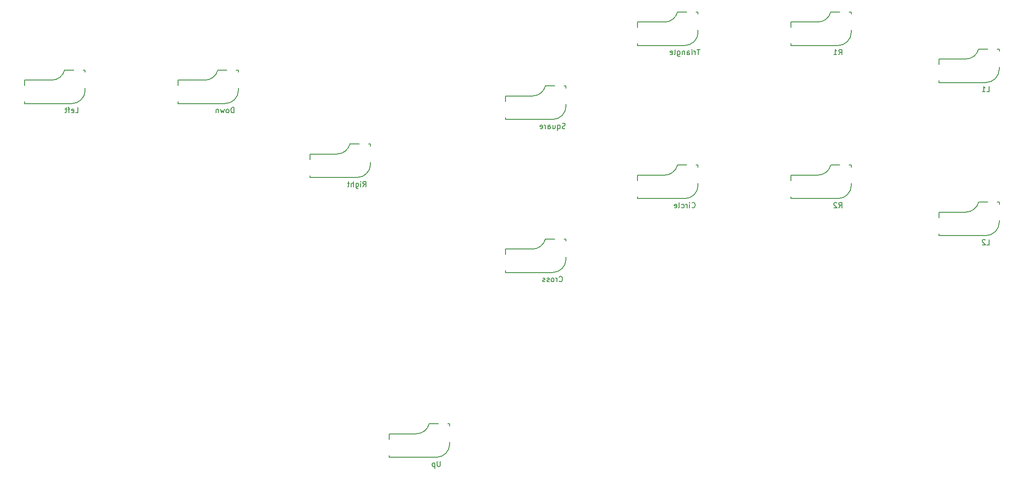
<source format=gbr>
%TF.GenerationSoftware,KiCad,Pcbnew,7.0.2*%
%TF.CreationDate,2023-06-15T03:48:31-07:00*%
%TF.ProjectId,DS5,4453352e-6b69-4636-9164-5f7063625858,rev?*%
%TF.SameCoordinates,Original*%
%TF.FileFunction,Legend,Bot*%
%TF.FilePolarity,Positive*%
%FSLAX46Y46*%
G04 Gerber Fmt 4.6, Leading zero omitted, Abs format (unit mm)*
G04 Created by KiCad (PCBNEW 7.0.2) date 2023-06-15 03:48:31*
%MOMM*%
%LPD*%
G01*
G04 APERTURE LIST*
%ADD10C,0.150000*%
G04 APERTURE END LIST*
D10*
%TO.C,Right*%
X100139047Y-85717619D02*
X100472380Y-85241428D01*
X100710475Y-85717619D02*
X100710475Y-84717619D01*
X100710475Y-84717619D02*
X100329523Y-84717619D01*
X100329523Y-84717619D02*
X100234285Y-84765238D01*
X100234285Y-84765238D02*
X100186666Y-84812857D01*
X100186666Y-84812857D02*
X100139047Y-84908095D01*
X100139047Y-84908095D02*
X100139047Y-85050952D01*
X100139047Y-85050952D02*
X100186666Y-85146190D01*
X100186666Y-85146190D02*
X100234285Y-85193809D01*
X100234285Y-85193809D02*
X100329523Y-85241428D01*
X100329523Y-85241428D02*
X100710475Y-85241428D01*
X99710475Y-85717619D02*
X99710475Y-85050952D01*
X99710475Y-84717619D02*
X99758094Y-84765238D01*
X99758094Y-84765238D02*
X99710475Y-84812857D01*
X99710475Y-84812857D02*
X99662856Y-84765238D01*
X99662856Y-84765238D02*
X99710475Y-84717619D01*
X99710475Y-84717619D02*
X99710475Y-84812857D01*
X98805714Y-85050952D02*
X98805714Y-85860476D01*
X98805714Y-85860476D02*
X98853333Y-85955714D01*
X98853333Y-85955714D02*
X98900952Y-86003333D01*
X98900952Y-86003333D02*
X98996190Y-86050952D01*
X98996190Y-86050952D02*
X99139047Y-86050952D01*
X99139047Y-86050952D02*
X99234285Y-86003333D01*
X98805714Y-85670000D02*
X98900952Y-85717619D01*
X98900952Y-85717619D02*
X99091428Y-85717619D01*
X99091428Y-85717619D02*
X99186666Y-85670000D01*
X99186666Y-85670000D02*
X99234285Y-85622380D01*
X99234285Y-85622380D02*
X99281904Y-85527142D01*
X99281904Y-85527142D02*
X99281904Y-85241428D01*
X99281904Y-85241428D02*
X99234285Y-85146190D01*
X99234285Y-85146190D02*
X99186666Y-85098571D01*
X99186666Y-85098571D02*
X99091428Y-85050952D01*
X99091428Y-85050952D02*
X98900952Y-85050952D01*
X98900952Y-85050952D02*
X98805714Y-85098571D01*
X98329523Y-85717619D02*
X98329523Y-84717619D01*
X97900952Y-85717619D02*
X97900952Y-85193809D01*
X97900952Y-85193809D02*
X97948571Y-85098571D01*
X97948571Y-85098571D02*
X98043809Y-85050952D01*
X98043809Y-85050952D02*
X98186666Y-85050952D01*
X98186666Y-85050952D02*
X98281904Y-85098571D01*
X98281904Y-85098571D02*
X98329523Y-85146190D01*
X97567618Y-85050952D02*
X97186666Y-85050952D01*
X97424761Y-84717619D02*
X97424761Y-85574761D01*
X97424761Y-85574761D02*
X97377142Y-85670000D01*
X97377142Y-85670000D02*
X97281904Y-85717619D01*
X97281904Y-85717619D02*
X97186666Y-85717619D01*
%TO.C,L1*%
X218186666Y-67717619D02*
X218662856Y-67717619D01*
X218662856Y-67717619D02*
X218662856Y-66717619D01*
X217329523Y-67717619D02*
X217900951Y-67717619D01*
X217615237Y-67717619D02*
X217615237Y-66717619D01*
X217615237Y-66717619D02*
X217710475Y-66860476D01*
X217710475Y-66860476D02*
X217805713Y-66955714D01*
X217805713Y-66955714D02*
X217900951Y-67003333D01*
%TO.C,Cross*%
X137281905Y-103622380D02*
X137329524Y-103670000D01*
X137329524Y-103670000D02*
X137472381Y-103717619D01*
X137472381Y-103717619D02*
X137567619Y-103717619D01*
X137567619Y-103717619D02*
X137710476Y-103670000D01*
X137710476Y-103670000D02*
X137805714Y-103574761D01*
X137805714Y-103574761D02*
X137853333Y-103479523D01*
X137853333Y-103479523D02*
X137900952Y-103289047D01*
X137900952Y-103289047D02*
X137900952Y-103146190D01*
X137900952Y-103146190D02*
X137853333Y-102955714D01*
X137853333Y-102955714D02*
X137805714Y-102860476D01*
X137805714Y-102860476D02*
X137710476Y-102765238D01*
X137710476Y-102765238D02*
X137567619Y-102717619D01*
X137567619Y-102717619D02*
X137472381Y-102717619D01*
X137472381Y-102717619D02*
X137329524Y-102765238D01*
X137329524Y-102765238D02*
X137281905Y-102812857D01*
X136853333Y-103717619D02*
X136853333Y-103050952D01*
X136853333Y-103241428D02*
X136805714Y-103146190D01*
X136805714Y-103146190D02*
X136758095Y-103098571D01*
X136758095Y-103098571D02*
X136662857Y-103050952D01*
X136662857Y-103050952D02*
X136567619Y-103050952D01*
X136091428Y-103717619D02*
X136186666Y-103670000D01*
X136186666Y-103670000D02*
X136234285Y-103622380D01*
X136234285Y-103622380D02*
X136281904Y-103527142D01*
X136281904Y-103527142D02*
X136281904Y-103241428D01*
X136281904Y-103241428D02*
X136234285Y-103146190D01*
X136234285Y-103146190D02*
X136186666Y-103098571D01*
X136186666Y-103098571D02*
X136091428Y-103050952D01*
X136091428Y-103050952D02*
X135948571Y-103050952D01*
X135948571Y-103050952D02*
X135853333Y-103098571D01*
X135853333Y-103098571D02*
X135805714Y-103146190D01*
X135805714Y-103146190D02*
X135758095Y-103241428D01*
X135758095Y-103241428D02*
X135758095Y-103527142D01*
X135758095Y-103527142D02*
X135805714Y-103622380D01*
X135805714Y-103622380D02*
X135853333Y-103670000D01*
X135853333Y-103670000D02*
X135948571Y-103717619D01*
X135948571Y-103717619D02*
X136091428Y-103717619D01*
X135377142Y-103670000D02*
X135281904Y-103717619D01*
X135281904Y-103717619D02*
X135091428Y-103717619D01*
X135091428Y-103717619D02*
X134996190Y-103670000D01*
X134996190Y-103670000D02*
X134948571Y-103574761D01*
X134948571Y-103574761D02*
X134948571Y-103527142D01*
X134948571Y-103527142D02*
X134996190Y-103431904D01*
X134996190Y-103431904D02*
X135091428Y-103384285D01*
X135091428Y-103384285D02*
X135234285Y-103384285D01*
X135234285Y-103384285D02*
X135329523Y-103336666D01*
X135329523Y-103336666D02*
X135377142Y-103241428D01*
X135377142Y-103241428D02*
X135377142Y-103193809D01*
X135377142Y-103193809D02*
X135329523Y-103098571D01*
X135329523Y-103098571D02*
X135234285Y-103050952D01*
X135234285Y-103050952D02*
X135091428Y-103050952D01*
X135091428Y-103050952D02*
X134996190Y-103098571D01*
X134567618Y-103670000D02*
X134472380Y-103717619D01*
X134472380Y-103717619D02*
X134281904Y-103717619D01*
X134281904Y-103717619D02*
X134186666Y-103670000D01*
X134186666Y-103670000D02*
X134139047Y-103574761D01*
X134139047Y-103574761D02*
X134139047Y-103527142D01*
X134139047Y-103527142D02*
X134186666Y-103431904D01*
X134186666Y-103431904D02*
X134281904Y-103384285D01*
X134281904Y-103384285D02*
X134424761Y-103384285D01*
X134424761Y-103384285D02*
X134519999Y-103336666D01*
X134519999Y-103336666D02*
X134567618Y-103241428D01*
X134567618Y-103241428D02*
X134567618Y-103193809D01*
X134567618Y-103193809D02*
X134519999Y-103098571D01*
X134519999Y-103098571D02*
X134424761Y-103050952D01*
X134424761Y-103050952D02*
X134281904Y-103050952D01*
X134281904Y-103050952D02*
X134186666Y-103098571D01*
%TO.C,L2*%
X218186666Y-96717619D02*
X218662856Y-96717619D01*
X218662856Y-96717619D02*
X218662856Y-95717619D01*
X217900951Y-95812857D02*
X217853332Y-95765238D01*
X217853332Y-95765238D02*
X217758094Y-95717619D01*
X217758094Y-95717619D02*
X217519999Y-95717619D01*
X217519999Y-95717619D02*
X217424761Y-95765238D01*
X217424761Y-95765238D02*
X217377142Y-95812857D01*
X217377142Y-95812857D02*
X217329523Y-95908095D01*
X217329523Y-95908095D02*
X217329523Y-96003333D01*
X217329523Y-96003333D02*
X217377142Y-96146190D01*
X217377142Y-96146190D02*
X217948570Y-96717619D01*
X217948570Y-96717619D02*
X217329523Y-96717619D01*
%TO.C,Left*%
X45710476Y-71717619D02*
X46186666Y-71717619D01*
X46186666Y-71717619D02*
X46186666Y-70717619D01*
X44996190Y-71670000D02*
X45091428Y-71717619D01*
X45091428Y-71717619D02*
X45281904Y-71717619D01*
X45281904Y-71717619D02*
X45377142Y-71670000D01*
X45377142Y-71670000D02*
X45424761Y-71574761D01*
X45424761Y-71574761D02*
X45424761Y-71193809D01*
X45424761Y-71193809D02*
X45377142Y-71098571D01*
X45377142Y-71098571D02*
X45281904Y-71050952D01*
X45281904Y-71050952D02*
X45091428Y-71050952D01*
X45091428Y-71050952D02*
X44996190Y-71098571D01*
X44996190Y-71098571D02*
X44948571Y-71193809D01*
X44948571Y-71193809D02*
X44948571Y-71289047D01*
X44948571Y-71289047D02*
X45424761Y-71384285D01*
X44662856Y-71050952D02*
X44281904Y-71050952D01*
X44519999Y-71717619D02*
X44519999Y-70860476D01*
X44519999Y-70860476D02*
X44472380Y-70765238D01*
X44472380Y-70765238D02*
X44377142Y-70717619D01*
X44377142Y-70717619D02*
X44281904Y-70717619D01*
X44091427Y-71050952D02*
X43710475Y-71050952D01*
X43948570Y-70717619D02*
X43948570Y-71574761D01*
X43948570Y-71574761D02*
X43900951Y-71670000D01*
X43900951Y-71670000D02*
X43805713Y-71717619D01*
X43805713Y-71717619D02*
X43710475Y-71717619D01*
%TO.C,R2*%
X190186666Y-89717619D02*
X190519999Y-89241428D01*
X190758094Y-89717619D02*
X190758094Y-88717619D01*
X190758094Y-88717619D02*
X190377142Y-88717619D01*
X190377142Y-88717619D02*
X190281904Y-88765238D01*
X190281904Y-88765238D02*
X190234285Y-88812857D01*
X190234285Y-88812857D02*
X190186666Y-88908095D01*
X190186666Y-88908095D02*
X190186666Y-89050952D01*
X190186666Y-89050952D02*
X190234285Y-89146190D01*
X190234285Y-89146190D02*
X190281904Y-89193809D01*
X190281904Y-89193809D02*
X190377142Y-89241428D01*
X190377142Y-89241428D02*
X190758094Y-89241428D01*
X189805713Y-88812857D02*
X189758094Y-88765238D01*
X189758094Y-88765238D02*
X189662856Y-88717619D01*
X189662856Y-88717619D02*
X189424761Y-88717619D01*
X189424761Y-88717619D02*
X189329523Y-88765238D01*
X189329523Y-88765238D02*
X189281904Y-88812857D01*
X189281904Y-88812857D02*
X189234285Y-88908095D01*
X189234285Y-88908095D02*
X189234285Y-89003333D01*
X189234285Y-89003333D02*
X189281904Y-89146190D01*
X189281904Y-89146190D02*
X189853332Y-89717619D01*
X189853332Y-89717619D02*
X189234285Y-89717619D01*
%TO.C,Up*%
X114758094Y-137717619D02*
X114758094Y-138527142D01*
X114758094Y-138527142D02*
X114710475Y-138622380D01*
X114710475Y-138622380D02*
X114662856Y-138670000D01*
X114662856Y-138670000D02*
X114567618Y-138717619D01*
X114567618Y-138717619D02*
X114377142Y-138717619D01*
X114377142Y-138717619D02*
X114281904Y-138670000D01*
X114281904Y-138670000D02*
X114234285Y-138622380D01*
X114234285Y-138622380D02*
X114186666Y-138527142D01*
X114186666Y-138527142D02*
X114186666Y-137717619D01*
X113710475Y-138050952D02*
X113710475Y-139050952D01*
X113710475Y-138098571D02*
X113615237Y-138050952D01*
X113615237Y-138050952D02*
X113424761Y-138050952D01*
X113424761Y-138050952D02*
X113329523Y-138098571D01*
X113329523Y-138098571D02*
X113281904Y-138146190D01*
X113281904Y-138146190D02*
X113234285Y-138241428D01*
X113234285Y-138241428D02*
X113234285Y-138527142D01*
X113234285Y-138527142D02*
X113281904Y-138622380D01*
X113281904Y-138622380D02*
X113329523Y-138670000D01*
X113329523Y-138670000D02*
X113424761Y-138717619D01*
X113424761Y-138717619D02*
X113615237Y-138717619D01*
X113615237Y-138717619D02*
X113710475Y-138670000D01*
%TO.C,R1*%
X190186666Y-60717619D02*
X190519999Y-60241428D01*
X190758094Y-60717619D02*
X190758094Y-59717619D01*
X190758094Y-59717619D02*
X190377142Y-59717619D01*
X190377142Y-59717619D02*
X190281904Y-59765238D01*
X190281904Y-59765238D02*
X190234285Y-59812857D01*
X190234285Y-59812857D02*
X190186666Y-59908095D01*
X190186666Y-59908095D02*
X190186666Y-60050952D01*
X190186666Y-60050952D02*
X190234285Y-60146190D01*
X190234285Y-60146190D02*
X190281904Y-60193809D01*
X190281904Y-60193809D02*
X190377142Y-60241428D01*
X190377142Y-60241428D02*
X190758094Y-60241428D01*
X189234285Y-60717619D02*
X189805713Y-60717619D01*
X189519999Y-60717619D02*
X189519999Y-59717619D01*
X189519999Y-59717619D02*
X189615237Y-59860476D01*
X189615237Y-59860476D02*
X189710475Y-59955714D01*
X189710475Y-59955714D02*
X189805713Y-60003333D01*
%TO.C,Square*%
X138400952Y-74670000D02*
X138258095Y-74717619D01*
X138258095Y-74717619D02*
X138020000Y-74717619D01*
X138020000Y-74717619D02*
X137924762Y-74670000D01*
X137924762Y-74670000D02*
X137877143Y-74622380D01*
X137877143Y-74622380D02*
X137829524Y-74527142D01*
X137829524Y-74527142D02*
X137829524Y-74431904D01*
X137829524Y-74431904D02*
X137877143Y-74336666D01*
X137877143Y-74336666D02*
X137924762Y-74289047D01*
X137924762Y-74289047D02*
X138020000Y-74241428D01*
X138020000Y-74241428D02*
X138210476Y-74193809D01*
X138210476Y-74193809D02*
X138305714Y-74146190D01*
X138305714Y-74146190D02*
X138353333Y-74098571D01*
X138353333Y-74098571D02*
X138400952Y-74003333D01*
X138400952Y-74003333D02*
X138400952Y-73908095D01*
X138400952Y-73908095D02*
X138353333Y-73812857D01*
X138353333Y-73812857D02*
X138305714Y-73765238D01*
X138305714Y-73765238D02*
X138210476Y-73717619D01*
X138210476Y-73717619D02*
X137972381Y-73717619D01*
X137972381Y-73717619D02*
X137829524Y-73765238D01*
X136972381Y-74050952D02*
X136972381Y-75050952D01*
X136972381Y-74670000D02*
X137067619Y-74717619D01*
X137067619Y-74717619D02*
X137258095Y-74717619D01*
X137258095Y-74717619D02*
X137353333Y-74670000D01*
X137353333Y-74670000D02*
X137400952Y-74622380D01*
X137400952Y-74622380D02*
X137448571Y-74527142D01*
X137448571Y-74527142D02*
X137448571Y-74241428D01*
X137448571Y-74241428D02*
X137400952Y-74146190D01*
X137400952Y-74146190D02*
X137353333Y-74098571D01*
X137353333Y-74098571D02*
X137258095Y-74050952D01*
X137258095Y-74050952D02*
X137067619Y-74050952D01*
X137067619Y-74050952D02*
X136972381Y-74098571D01*
X136067619Y-74050952D02*
X136067619Y-74717619D01*
X136496190Y-74050952D02*
X136496190Y-74574761D01*
X136496190Y-74574761D02*
X136448571Y-74670000D01*
X136448571Y-74670000D02*
X136353333Y-74717619D01*
X136353333Y-74717619D02*
X136210476Y-74717619D01*
X136210476Y-74717619D02*
X136115238Y-74670000D01*
X136115238Y-74670000D02*
X136067619Y-74622380D01*
X135162857Y-74717619D02*
X135162857Y-74193809D01*
X135162857Y-74193809D02*
X135210476Y-74098571D01*
X135210476Y-74098571D02*
X135305714Y-74050952D01*
X135305714Y-74050952D02*
X135496190Y-74050952D01*
X135496190Y-74050952D02*
X135591428Y-74098571D01*
X135162857Y-74670000D02*
X135258095Y-74717619D01*
X135258095Y-74717619D02*
X135496190Y-74717619D01*
X135496190Y-74717619D02*
X135591428Y-74670000D01*
X135591428Y-74670000D02*
X135639047Y-74574761D01*
X135639047Y-74574761D02*
X135639047Y-74479523D01*
X135639047Y-74479523D02*
X135591428Y-74384285D01*
X135591428Y-74384285D02*
X135496190Y-74336666D01*
X135496190Y-74336666D02*
X135258095Y-74336666D01*
X135258095Y-74336666D02*
X135162857Y-74289047D01*
X134686666Y-74717619D02*
X134686666Y-74050952D01*
X134686666Y-74241428D02*
X134639047Y-74146190D01*
X134639047Y-74146190D02*
X134591428Y-74098571D01*
X134591428Y-74098571D02*
X134496190Y-74050952D01*
X134496190Y-74050952D02*
X134400952Y-74050952D01*
X133686666Y-74670000D02*
X133781904Y-74717619D01*
X133781904Y-74717619D02*
X133972380Y-74717619D01*
X133972380Y-74717619D02*
X134067618Y-74670000D01*
X134067618Y-74670000D02*
X134115237Y-74574761D01*
X134115237Y-74574761D02*
X134115237Y-74193809D01*
X134115237Y-74193809D02*
X134067618Y-74098571D01*
X134067618Y-74098571D02*
X133972380Y-74050952D01*
X133972380Y-74050952D02*
X133781904Y-74050952D01*
X133781904Y-74050952D02*
X133686666Y-74098571D01*
X133686666Y-74098571D02*
X133639047Y-74193809D01*
X133639047Y-74193809D02*
X133639047Y-74289047D01*
X133639047Y-74289047D02*
X134115237Y-74384285D01*
%TO.C,Circle*%
X162377143Y-89622380D02*
X162424762Y-89670000D01*
X162424762Y-89670000D02*
X162567619Y-89717619D01*
X162567619Y-89717619D02*
X162662857Y-89717619D01*
X162662857Y-89717619D02*
X162805714Y-89670000D01*
X162805714Y-89670000D02*
X162900952Y-89574761D01*
X162900952Y-89574761D02*
X162948571Y-89479523D01*
X162948571Y-89479523D02*
X162996190Y-89289047D01*
X162996190Y-89289047D02*
X162996190Y-89146190D01*
X162996190Y-89146190D02*
X162948571Y-88955714D01*
X162948571Y-88955714D02*
X162900952Y-88860476D01*
X162900952Y-88860476D02*
X162805714Y-88765238D01*
X162805714Y-88765238D02*
X162662857Y-88717619D01*
X162662857Y-88717619D02*
X162567619Y-88717619D01*
X162567619Y-88717619D02*
X162424762Y-88765238D01*
X162424762Y-88765238D02*
X162377143Y-88812857D01*
X161948571Y-89717619D02*
X161948571Y-89050952D01*
X161948571Y-88717619D02*
X161996190Y-88765238D01*
X161996190Y-88765238D02*
X161948571Y-88812857D01*
X161948571Y-88812857D02*
X161900952Y-88765238D01*
X161900952Y-88765238D02*
X161948571Y-88717619D01*
X161948571Y-88717619D02*
X161948571Y-88812857D01*
X161472381Y-89717619D02*
X161472381Y-89050952D01*
X161472381Y-89241428D02*
X161424762Y-89146190D01*
X161424762Y-89146190D02*
X161377143Y-89098571D01*
X161377143Y-89098571D02*
X161281905Y-89050952D01*
X161281905Y-89050952D02*
X161186667Y-89050952D01*
X160424762Y-89670000D02*
X160520000Y-89717619D01*
X160520000Y-89717619D02*
X160710476Y-89717619D01*
X160710476Y-89717619D02*
X160805714Y-89670000D01*
X160805714Y-89670000D02*
X160853333Y-89622380D01*
X160853333Y-89622380D02*
X160900952Y-89527142D01*
X160900952Y-89527142D02*
X160900952Y-89241428D01*
X160900952Y-89241428D02*
X160853333Y-89146190D01*
X160853333Y-89146190D02*
X160805714Y-89098571D01*
X160805714Y-89098571D02*
X160710476Y-89050952D01*
X160710476Y-89050952D02*
X160520000Y-89050952D01*
X160520000Y-89050952D02*
X160424762Y-89098571D01*
X159853333Y-89717619D02*
X159948571Y-89670000D01*
X159948571Y-89670000D02*
X159996190Y-89574761D01*
X159996190Y-89574761D02*
X159996190Y-88717619D01*
X159091428Y-89670000D02*
X159186666Y-89717619D01*
X159186666Y-89717619D02*
X159377142Y-89717619D01*
X159377142Y-89717619D02*
X159472380Y-89670000D01*
X159472380Y-89670000D02*
X159519999Y-89574761D01*
X159519999Y-89574761D02*
X159519999Y-89193809D01*
X159519999Y-89193809D02*
X159472380Y-89098571D01*
X159472380Y-89098571D02*
X159377142Y-89050952D01*
X159377142Y-89050952D02*
X159186666Y-89050952D01*
X159186666Y-89050952D02*
X159091428Y-89098571D01*
X159091428Y-89098571D02*
X159043809Y-89193809D01*
X159043809Y-89193809D02*
X159043809Y-89289047D01*
X159043809Y-89289047D02*
X159519999Y-89384285D01*
%TO.C,Down*%
X75710475Y-71717619D02*
X75710475Y-70717619D01*
X75710475Y-70717619D02*
X75472380Y-70717619D01*
X75472380Y-70717619D02*
X75329523Y-70765238D01*
X75329523Y-70765238D02*
X75234285Y-70860476D01*
X75234285Y-70860476D02*
X75186666Y-70955714D01*
X75186666Y-70955714D02*
X75139047Y-71146190D01*
X75139047Y-71146190D02*
X75139047Y-71289047D01*
X75139047Y-71289047D02*
X75186666Y-71479523D01*
X75186666Y-71479523D02*
X75234285Y-71574761D01*
X75234285Y-71574761D02*
X75329523Y-71670000D01*
X75329523Y-71670000D02*
X75472380Y-71717619D01*
X75472380Y-71717619D02*
X75710475Y-71717619D01*
X74567618Y-71717619D02*
X74662856Y-71670000D01*
X74662856Y-71670000D02*
X74710475Y-71622380D01*
X74710475Y-71622380D02*
X74758094Y-71527142D01*
X74758094Y-71527142D02*
X74758094Y-71241428D01*
X74758094Y-71241428D02*
X74710475Y-71146190D01*
X74710475Y-71146190D02*
X74662856Y-71098571D01*
X74662856Y-71098571D02*
X74567618Y-71050952D01*
X74567618Y-71050952D02*
X74424761Y-71050952D01*
X74424761Y-71050952D02*
X74329523Y-71098571D01*
X74329523Y-71098571D02*
X74281904Y-71146190D01*
X74281904Y-71146190D02*
X74234285Y-71241428D01*
X74234285Y-71241428D02*
X74234285Y-71527142D01*
X74234285Y-71527142D02*
X74281904Y-71622380D01*
X74281904Y-71622380D02*
X74329523Y-71670000D01*
X74329523Y-71670000D02*
X74424761Y-71717619D01*
X74424761Y-71717619D02*
X74567618Y-71717619D01*
X73900951Y-71050952D02*
X73710475Y-71717619D01*
X73710475Y-71717619D02*
X73519999Y-71241428D01*
X73519999Y-71241428D02*
X73329523Y-71717619D01*
X73329523Y-71717619D02*
X73139047Y-71050952D01*
X72758094Y-71050952D02*
X72758094Y-71717619D01*
X72758094Y-71146190D02*
X72710475Y-71098571D01*
X72710475Y-71098571D02*
X72615237Y-71050952D01*
X72615237Y-71050952D02*
X72472380Y-71050952D01*
X72472380Y-71050952D02*
X72377142Y-71098571D01*
X72377142Y-71098571D02*
X72329523Y-71193809D01*
X72329523Y-71193809D02*
X72329523Y-71717619D01*
%TO.C,Triangle*%
X163900952Y-59717619D02*
X163329524Y-59717619D01*
X163615238Y-60717619D02*
X163615238Y-59717619D01*
X162996190Y-60717619D02*
X162996190Y-60050952D01*
X162996190Y-60241428D02*
X162948571Y-60146190D01*
X162948571Y-60146190D02*
X162900952Y-60098571D01*
X162900952Y-60098571D02*
X162805714Y-60050952D01*
X162805714Y-60050952D02*
X162710476Y-60050952D01*
X162377142Y-60717619D02*
X162377142Y-60050952D01*
X162377142Y-59717619D02*
X162424761Y-59765238D01*
X162424761Y-59765238D02*
X162377142Y-59812857D01*
X162377142Y-59812857D02*
X162329523Y-59765238D01*
X162329523Y-59765238D02*
X162377142Y-59717619D01*
X162377142Y-59717619D02*
X162377142Y-59812857D01*
X161472381Y-60717619D02*
X161472381Y-60193809D01*
X161472381Y-60193809D02*
X161520000Y-60098571D01*
X161520000Y-60098571D02*
X161615238Y-60050952D01*
X161615238Y-60050952D02*
X161805714Y-60050952D01*
X161805714Y-60050952D02*
X161900952Y-60098571D01*
X161472381Y-60670000D02*
X161567619Y-60717619D01*
X161567619Y-60717619D02*
X161805714Y-60717619D01*
X161805714Y-60717619D02*
X161900952Y-60670000D01*
X161900952Y-60670000D02*
X161948571Y-60574761D01*
X161948571Y-60574761D02*
X161948571Y-60479523D01*
X161948571Y-60479523D02*
X161900952Y-60384285D01*
X161900952Y-60384285D02*
X161805714Y-60336666D01*
X161805714Y-60336666D02*
X161567619Y-60336666D01*
X161567619Y-60336666D02*
X161472381Y-60289047D01*
X160996190Y-60050952D02*
X160996190Y-60717619D01*
X160996190Y-60146190D02*
X160948571Y-60098571D01*
X160948571Y-60098571D02*
X160853333Y-60050952D01*
X160853333Y-60050952D02*
X160710476Y-60050952D01*
X160710476Y-60050952D02*
X160615238Y-60098571D01*
X160615238Y-60098571D02*
X160567619Y-60193809D01*
X160567619Y-60193809D02*
X160567619Y-60717619D01*
X159662857Y-60050952D02*
X159662857Y-60860476D01*
X159662857Y-60860476D02*
X159710476Y-60955714D01*
X159710476Y-60955714D02*
X159758095Y-61003333D01*
X159758095Y-61003333D02*
X159853333Y-61050952D01*
X159853333Y-61050952D02*
X159996190Y-61050952D01*
X159996190Y-61050952D02*
X160091428Y-61003333D01*
X159662857Y-60670000D02*
X159758095Y-60717619D01*
X159758095Y-60717619D02*
X159948571Y-60717619D01*
X159948571Y-60717619D02*
X160043809Y-60670000D01*
X160043809Y-60670000D02*
X160091428Y-60622380D01*
X160091428Y-60622380D02*
X160139047Y-60527142D01*
X160139047Y-60527142D02*
X160139047Y-60241428D01*
X160139047Y-60241428D02*
X160091428Y-60146190D01*
X160091428Y-60146190D02*
X160043809Y-60098571D01*
X160043809Y-60098571D02*
X159948571Y-60050952D01*
X159948571Y-60050952D02*
X159758095Y-60050952D01*
X159758095Y-60050952D02*
X159662857Y-60098571D01*
X159043809Y-60717619D02*
X159139047Y-60670000D01*
X159139047Y-60670000D02*
X159186666Y-60574761D01*
X159186666Y-60574761D02*
X159186666Y-59717619D01*
X158281904Y-60670000D02*
X158377142Y-60717619D01*
X158377142Y-60717619D02*
X158567618Y-60717619D01*
X158567618Y-60717619D02*
X158662856Y-60670000D01*
X158662856Y-60670000D02*
X158710475Y-60574761D01*
X158710475Y-60574761D02*
X158710475Y-60193809D01*
X158710475Y-60193809D02*
X158662856Y-60098571D01*
X158662856Y-60098571D02*
X158567618Y-60050952D01*
X158567618Y-60050952D02*
X158377142Y-60050952D01*
X158377142Y-60050952D02*
X158281904Y-60098571D01*
X158281904Y-60098571D02*
X158234285Y-60193809D01*
X158234285Y-60193809D02*
X158234285Y-60289047D01*
X158234285Y-60289047D02*
X158710475Y-60384285D01*
%TO.C,Right*%
X99020000Y-83985000D02*
G75*
G03*
X101560000Y-81445000I0J2540000D01*
G01*
X95210000Y-79539999D02*
G75*
G03*
X97674161Y-77616040I0J2539999D01*
G01*
X101560000Y-81445000D02*
X101560000Y-81064000D01*
X101560000Y-78016000D02*
X101560000Y-77635000D01*
X101560000Y-77635000D02*
X101179000Y-77635000D01*
X99401000Y-77635000D02*
X97750000Y-77635000D01*
X95210000Y-79540000D02*
X90130000Y-79540000D01*
X90130000Y-83985000D02*
X99020000Y-83985000D01*
X90130000Y-83604000D02*
X90130000Y-83985000D01*
X90130000Y-79540000D02*
X90130000Y-80556000D01*
%TO.C,L1*%
X209130000Y-61540000D02*
X209130000Y-62556000D01*
X209130000Y-65604000D02*
X209130000Y-65985000D01*
X209130000Y-65985000D02*
X218020000Y-65985000D01*
X214210000Y-61540000D02*
X209130000Y-61540000D01*
X218401000Y-59635000D02*
X216750000Y-59635000D01*
X220560000Y-59635000D02*
X220179000Y-59635000D01*
X220560000Y-60016000D02*
X220560000Y-59635000D01*
X220560000Y-63445000D02*
X220560000Y-63064000D01*
X214210000Y-61539999D02*
G75*
G03*
X216674161Y-59616040I0J2539999D01*
G01*
X218020000Y-65985000D02*
G75*
G03*
X220560000Y-63445000I0J2540000D01*
G01*
%TO.C,Cross*%
X127130000Y-97540000D02*
X127130000Y-98556000D01*
X127130000Y-101604000D02*
X127130000Y-101985000D01*
X127130000Y-101985000D02*
X136020000Y-101985000D01*
X132210000Y-97540000D02*
X127130000Y-97540000D01*
X136401000Y-95635000D02*
X134750000Y-95635000D01*
X138560000Y-95635000D02*
X138179000Y-95635000D01*
X138560000Y-96016000D02*
X138560000Y-95635000D01*
X138560000Y-99445000D02*
X138560000Y-99064000D01*
X132210000Y-97539999D02*
G75*
G03*
X134674161Y-95616040I0J2539999D01*
G01*
X136020000Y-101985000D02*
G75*
G03*
X138560000Y-99445000I0J2540000D01*
G01*
%TO.C,L2*%
X209130000Y-90540000D02*
X209130000Y-91556000D01*
X209130000Y-94604000D02*
X209130000Y-94985000D01*
X209130000Y-94985000D02*
X218020000Y-94985000D01*
X214210000Y-90540000D02*
X209130000Y-90540000D01*
X218401000Y-88635000D02*
X216750000Y-88635000D01*
X220560000Y-88635000D02*
X220179000Y-88635000D01*
X220560000Y-89016000D02*
X220560000Y-88635000D01*
X220560000Y-92445000D02*
X220560000Y-92064000D01*
X214210000Y-90539999D02*
G75*
G03*
X216674161Y-88616040I0J2539999D01*
G01*
X218020000Y-94985000D02*
G75*
G03*
X220560000Y-92445000I0J2540000D01*
G01*
%TO.C,Left*%
X36130000Y-65540000D02*
X36130000Y-66556000D01*
X36130000Y-69604000D02*
X36130000Y-69985000D01*
X36130000Y-69985000D02*
X45020000Y-69985000D01*
X41210000Y-65540000D02*
X36130000Y-65540000D01*
X45401000Y-63635000D02*
X43750000Y-63635000D01*
X47560000Y-63635000D02*
X47179000Y-63635000D01*
X47560000Y-64016000D02*
X47560000Y-63635000D01*
X47560000Y-67445000D02*
X47560000Y-67064000D01*
X41210000Y-65539999D02*
G75*
G03*
X43674161Y-63616040I0J2539999D01*
G01*
X45020000Y-69985000D02*
G75*
G03*
X47560000Y-67445000I0J2540000D01*
G01*
%TO.C,R2*%
X181130000Y-83540000D02*
X181130000Y-84556000D01*
X181130000Y-87604000D02*
X181130000Y-87985000D01*
X181130000Y-87985000D02*
X190020000Y-87985000D01*
X186210000Y-83540000D02*
X181130000Y-83540000D01*
X190401000Y-81635000D02*
X188750000Y-81635000D01*
X192560000Y-81635000D02*
X192179000Y-81635000D01*
X192560000Y-82016000D02*
X192560000Y-81635000D01*
X192560000Y-85445000D02*
X192560000Y-85064000D01*
X186210000Y-83539999D02*
G75*
G03*
X188674161Y-81616040I0J2539999D01*
G01*
X190020000Y-87985000D02*
G75*
G03*
X192560000Y-85445000I0J2540000D01*
G01*
%TO.C,Up*%
X105130000Y-132540000D02*
X105130000Y-133556000D01*
X105130000Y-136604000D02*
X105130000Y-136985000D01*
X105130000Y-136985000D02*
X114020000Y-136985000D01*
X110210000Y-132540000D02*
X105130000Y-132540000D01*
X114401000Y-130635000D02*
X112750000Y-130635000D01*
X116560000Y-130635000D02*
X116179000Y-130635000D01*
X116560000Y-131016000D02*
X116560000Y-130635000D01*
X116560000Y-134445000D02*
X116560000Y-134064000D01*
X110210000Y-132539999D02*
G75*
G03*
X112674161Y-130616040I0J2539999D01*
G01*
X114020000Y-136985000D02*
G75*
G03*
X116560000Y-134445000I0J2540000D01*
G01*
%TO.C,R1*%
X181130000Y-54540000D02*
X181130000Y-55556000D01*
X181130000Y-58604000D02*
X181130000Y-58985000D01*
X181130000Y-58985000D02*
X190020000Y-58985000D01*
X186210000Y-54540000D02*
X181130000Y-54540000D01*
X190401000Y-52635000D02*
X188750000Y-52635000D01*
X192560000Y-52635000D02*
X192179000Y-52635000D01*
X192560000Y-53016000D02*
X192560000Y-52635000D01*
X192560000Y-56445000D02*
X192560000Y-56064000D01*
X186210000Y-54539999D02*
G75*
G03*
X188674161Y-52616040I0J2539999D01*
G01*
X190020000Y-58985000D02*
G75*
G03*
X192560000Y-56445000I0J2540000D01*
G01*
%TO.C,Square*%
X127130000Y-68540000D02*
X127130000Y-69556000D01*
X127130000Y-72604000D02*
X127130000Y-72985000D01*
X127130000Y-72985000D02*
X136020000Y-72985000D01*
X132210000Y-68540000D02*
X127130000Y-68540000D01*
X136401000Y-66635000D02*
X134750000Y-66635000D01*
X138560000Y-66635000D02*
X138179000Y-66635000D01*
X138560000Y-67016000D02*
X138560000Y-66635000D01*
X138560000Y-70445000D02*
X138560000Y-70064000D01*
X132210000Y-68539999D02*
G75*
G03*
X134674161Y-66616040I0J2539999D01*
G01*
X136020000Y-72985000D02*
G75*
G03*
X138560000Y-70445000I0J2540000D01*
G01*
%TO.C,Circle*%
X152130000Y-83540000D02*
X152130000Y-84556000D01*
X152130000Y-87604000D02*
X152130000Y-87985000D01*
X152130000Y-87985000D02*
X161020000Y-87985000D01*
X157210000Y-83540000D02*
X152130000Y-83540000D01*
X161401000Y-81635000D02*
X159750000Y-81635000D01*
X163560000Y-81635000D02*
X163179000Y-81635000D01*
X163560000Y-82016000D02*
X163560000Y-81635000D01*
X163560000Y-85445000D02*
X163560000Y-85064000D01*
X157210000Y-83539999D02*
G75*
G03*
X159674161Y-81616040I0J2539999D01*
G01*
X161020000Y-87985000D02*
G75*
G03*
X163560000Y-85445000I0J2540000D01*
G01*
%TO.C,Down*%
X74020000Y-69985000D02*
G75*
G03*
X76560000Y-67445000I0J2540000D01*
G01*
X70210000Y-65539999D02*
G75*
G03*
X72674161Y-63616040I0J2539999D01*
G01*
X76560000Y-67445000D02*
X76560000Y-67064000D01*
X76560000Y-64016000D02*
X76560000Y-63635000D01*
X76560000Y-63635000D02*
X76179000Y-63635000D01*
X74401000Y-63635000D02*
X72750000Y-63635000D01*
X70210000Y-65540000D02*
X65130000Y-65540000D01*
X65130000Y-69985000D02*
X74020000Y-69985000D01*
X65130000Y-69604000D02*
X65130000Y-69985000D01*
X65130000Y-65540000D02*
X65130000Y-66556000D01*
%TO.C,Triangle*%
X152130000Y-54540000D02*
X152130000Y-55556000D01*
X152130000Y-58604000D02*
X152130000Y-58985000D01*
X152130000Y-58985000D02*
X161020000Y-58985000D01*
X157210000Y-54540000D02*
X152130000Y-54540000D01*
X161401000Y-52635000D02*
X159750000Y-52635000D01*
X163560000Y-52635000D02*
X163179000Y-52635000D01*
X163560000Y-53016000D02*
X163560000Y-52635000D01*
X163560000Y-56445000D02*
X163560000Y-56064000D01*
X157210000Y-54539999D02*
G75*
G03*
X159674161Y-52616040I0J2539999D01*
G01*
X161020000Y-58985000D02*
G75*
G03*
X163560000Y-56445000I0J2540000D01*
G01*
%TD*%
M02*

</source>
